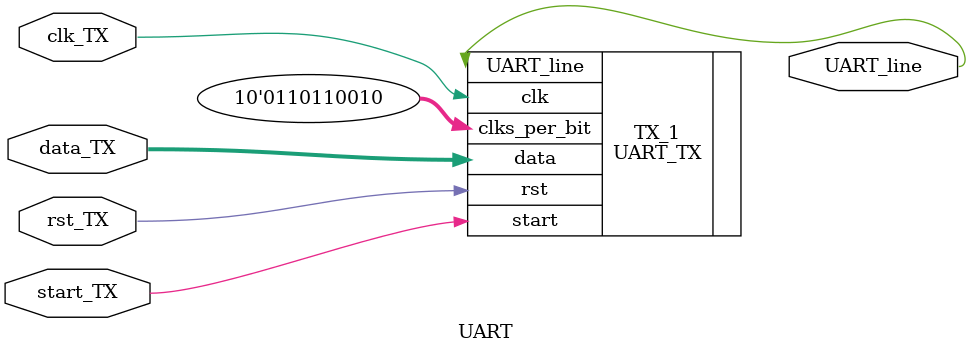
<source format=sv>
module UART	(rst_TX,clk_TX,UART_line,data_TX,start_TX);

input logic rst_TX;
input logic clk_TX;
input logic [7:0] data_TX;
input logic start_TX;

output logic UART_line; 


UART_TX TX_1 (		.rst(rst_TX),
					.clks_per_bit(10'd434),		//Operating with 25MHz clock
					.clk(clk_TX),
					.data(data_TX),
					.UART_line(UART_line),
					.start(start_TX)
					);		
	
endmodule
</source>
